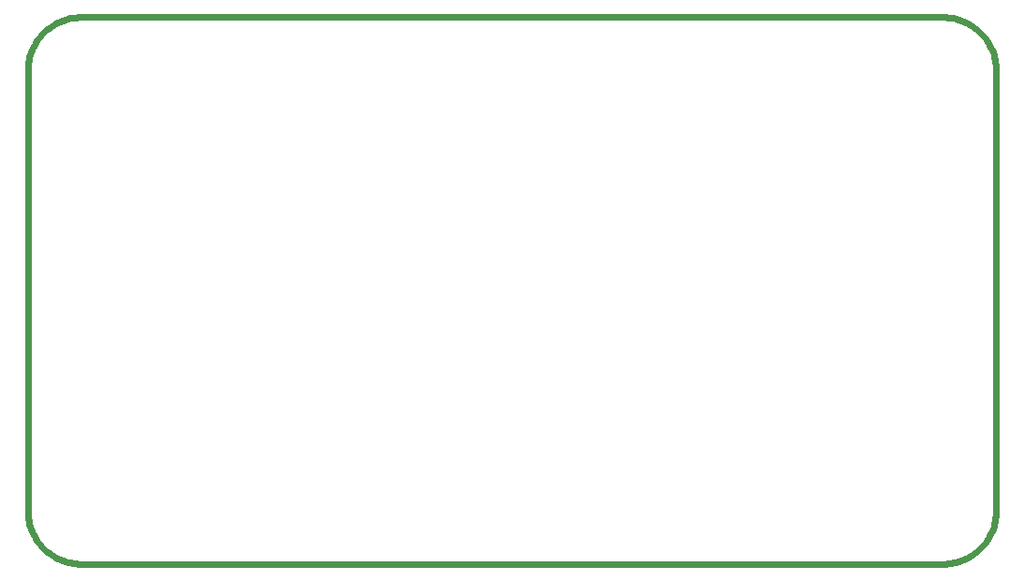
<source format=gbr>
%TF.GenerationSoftware,KiCad,Pcbnew,8.0.0*%
%TF.CreationDate,2024-03-19T15:36:10-05:00*%
%TF.ProjectId,NFCBuisnessV3,4e464342-7569-4736-9e65-737356332e6b,rev?*%
%TF.SameCoordinates,Original*%
%TF.FileFunction,Profile,NP*%
%FSLAX46Y46*%
G04 Gerber Fmt 4.6, Leading zero omitted, Abs format (unit mm)*
G04 Created by KiCad (PCBNEW 8.0.0) date 2024-03-19 15:36:10*
%MOMM*%
%LPD*%
G01*
G04 APERTURE LIST*
%TA.AperFunction,Profile*%
%ADD10C,0.611634*%
%TD*%
G04 APERTURE END LIST*
D10*
X189520940Y-65021720D02*
X189765648Y-65040328D01*
X190006798Y-65070971D01*
X190244087Y-65113346D01*
X190477213Y-65167152D01*
X190705873Y-65232084D01*
X190929764Y-65307840D01*
X191148583Y-65394118D01*
X191362027Y-65490614D01*
X191569795Y-65597026D01*
X191771582Y-65713052D01*
X191967087Y-65838387D01*
X192156006Y-65972731D01*
X192338037Y-66115779D01*
X192512876Y-66267230D01*
X192680222Y-66426779D01*
X192839772Y-66594126D01*
X192991222Y-66768966D01*
X193134270Y-66950997D01*
X193268613Y-67139917D01*
X193393949Y-67335422D01*
X193509974Y-67537210D01*
X193616386Y-67744978D01*
X193712882Y-67958423D01*
X193799160Y-68177243D01*
X193874916Y-68401135D01*
X193939848Y-68629796D01*
X193993653Y-68862923D01*
X194036029Y-69100213D01*
X194066672Y-69341365D01*
X194085280Y-69586074D01*
X194091550Y-69834038D01*
X194091550Y-109665978D01*
X194085280Y-109913941D01*
X194066672Y-110158649D01*
X194036029Y-110399799D01*
X193993653Y-110637089D01*
X193939848Y-110870214D01*
X193874916Y-111098874D01*
X193799160Y-111322765D01*
X193712882Y-111541584D01*
X193616386Y-111755029D01*
X193509974Y-111962796D01*
X193393949Y-112164583D01*
X193268613Y-112360088D01*
X193134270Y-112549007D01*
X192991222Y-112731038D01*
X192839772Y-112905878D01*
X192680222Y-113073224D01*
X192512876Y-113232773D01*
X192338037Y-113384223D01*
X192156006Y-113527271D01*
X191967087Y-113661615D01*
X191771582Y-113786950D01*
X191569795Y-113902975D01*
X191362027Y-114009387D01*
X191148583Y-114105884D01*
X190929764Y-114192161D01*
X190705873Y-114267918D01*
X190477213Y-114332850D01*
X190244087Y-114386655D01*
X190006798Y-114429030D01*
X189765648Y-114459673D01*
X189520940Y-114478281D01*
X189272977Y-114484551D01*
X111327031Y-114484551D01*
X111079067Y-114478281D01*
X110834359Y-114459673D01*
X110593208Y-114429030D01*
X110355918Y-114386655D01*
X110122791Y-114332850D01*
X109894131Y-114267918D01*
X109670240Y-114192161D01*
X109451421Y-114105884D01*
X109237976Y-114009387D01*
X109030208Y-113902975D01*
X108828420Y-113786950D01*
X108632915Y-113661615D01*
X108443996Y-113527271D01*
X108261965Y-113384223D01*
X108087125Y-113232773D01*
X107919779Y-113073224D01*
X107760229Y-112905878D01*
X107608779Y-112731038D01*
X107465731Y-112549007D01*
X107331387Y-112360088D01*
X107206052Y-112164583D01*
X107090026Y-111962796D01*
X106983614Y-111755029D01*
X106887118Y-111541584D01*
X106800840Y-111322765D01*
X106725084Y-111098874D01*
X106660152Y-110870214D01*
X106606347Y-110637089D01*
X106563971Y-110399799D01*
X106533328Y-110158649D01*
X106514720Y-109913941D01*
X106508450Y-109665978D01*
X106508450Y-69834038D01*
X106514720Y-69586074D01*
X106533328Y-69341365D01*
X106563971Y-69100213D01*
X106606347Y-68862923D01*
X106660152Y-68629796D01*
X106725084Y-68401135D01*
X106800840Y-68177243D01*
X106887118Y-67958423D01*
X106983614Y-67744978D01*
X107090026Y-67537210D01*
X107206052Y-67335422D01*
X107331387Y-67139917D01*
X107465731Y-66950997D01*
X107608779Y-66768966D01*
X107760229Y-66594126D01*
X107919779Y-66426779D01*
X108087125Y-66267230D01*
X108261965Y-66115779D01*
X108443996Y-65972731D01*
X108632915Y-65838387D01*
X108828420Y-65713052D01*
X109030208Y-65597026D01*
X109237976Y-65490614D01*
X109451421Y-65394118D01*
X109670240Y-65307840D01*
X109894131Y-65232084D01*
X110122791Y-65167152D01*
X110355918Y-65113346D01*
X110593208Y-65070971D01*
X110834359Y-65040328D01*
X111079067Y-65021720D01*
X111327031Y-65015450D01*
X189272977Y-65015450D01*
X189520940Y-65021720D01*
M02*

</source>
